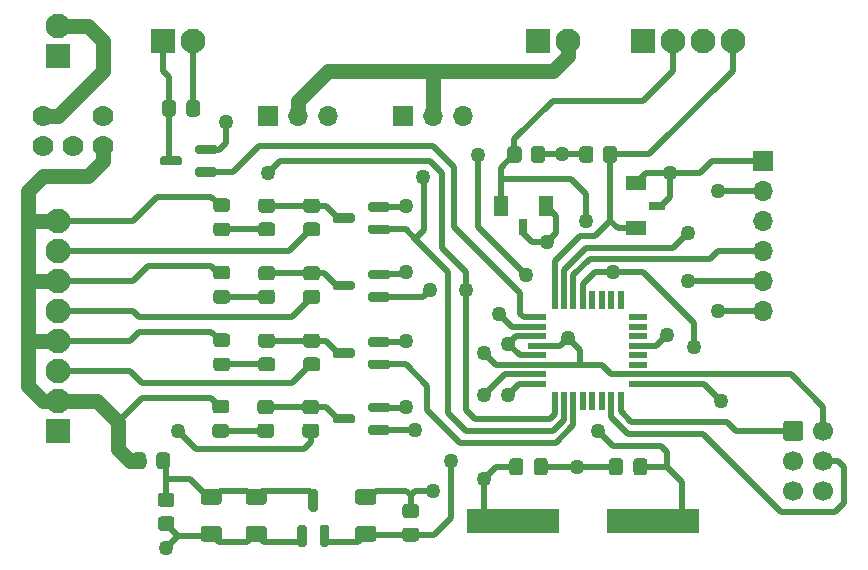
<source format=gtl>
G04 #@! TF.GenerationSoftware,KiCad,Pcbnew,8.0.9-8.0.9-0~ubuntu22.04.1*
G04 #@! TF.CreationDate,2025-03-10T17:04:52-04:00*
G04 #@! TF.ProjectId,sfx-202502,7366782d-3230-4323-9530-322e6b696361,rev?*
G04 #@! TF.SameCoordinates,Original*
G04 #@! TF.FileFunction,Copper,L1,Top*
G04 #@! TF.FilePolarity,Positive*
%FSLAX46Y46*%
G04 Gerber Fmt 4.6, Leading zero omitted, Abs format (unit mm)*
G04 Created by KiCad (PCBNEW 8.0.9-8.0.9-0~ubuntu22.04.1) date 2025-03-10 17:04:52*
%MOMM*%
%LPD*%
G01*
G04 APERTURE LIST*
G04 #@! TA.AperFunction,EtchedComponent*
%ADD10C,0.000000*%
G04 #@! TD*
G04 #@! TA.AperFunction,SMDPad,CuDef*
%ADD11C,0.500000*%
G04 #@! TD*
G04 #@! TA.AperFunction,ComponentPad*
%ADD12R,1.700000X1.700000*%
G04 #@! TD*
G04 #@! TA.AperFunction,ComponentPad*
%ADD13O,1.700000X1.700000*%
G04 #@! TD*
G04 #@! TA.AperFunction,SMDPad,CuDef*
%ADD14R,1.600000X0.550000*%
G04 #@! TD*
G04 #@! TA.AperFunction,SMDPad,CuDef*
%ADD15R,0.550000X1.600000*%
G04 #@! TD*
G04 #@! TA.AperFunction,SMDPad,CuDef*
%ADD16R,1.200000X1.700000*%
G04 #@! TD*
G04 #@! TA.AperFunction,SMDPad,CuDef*
%ADD17R,0.800000X1.400000*%
G04 #@! TD*
G04 #@! TA.AperFunction,ComponentPad*
%ADD18R,2.100000X2.100000*%
G04 #@! TD*
G04 #@! TA.AperFunction,ComponentPad*
%ADD19C,2.100000*%
G04 #@! TD*
G04 #@! TA.AperFunction,SMDPad,CuDef*
%ADD20R,1.700000X1.200000*%
G04 #@! TD*
G04 #@! TA.AperFunction,SMDPad,CuDef*
%ADD21R,1.400000X0.800000*%
G04 #@! TD*
G04 #@! TA.AperFunction,SMDPad,CuDef*
%ADD22R,7.875000X2.000000*%
G04 #@! TD*
G04 #@! TA.AperFunction,ComponentPad*
%ADD23C,1.778000*%
G04 #@! TD*
G04 #@! TA.AperFunction,ComponentPad*
%ADD24C,1.700000*%
G04 #@! TD*
G04 #@! TA.AperFunction,ViaPad*
%ADD25C,1.270000*%
G04 #@! TD*
G04 #@! TA.AperFunction,Conductor*
%ADD26C,0.508000*%
G04 #@! TD*
G04 #@! TA.AperFunction,Conductor*
%ADD27C,1.270000*%
G04 #@! TD*
G04 APERTURE END LIST*
D10*
G04 #@! TA.AperFunction,EtchedComponent*
G36*
X174363000Y-75815000D02*
G01*
X173363000Y-75815000D01*
X173363000Y-75315000D01*
X174363000Y-75315000D01*
X174363000Y-75815000D01*
G37*
G04 #@! TD.AperFunction*
G04 #@! TA.AperFunction,EtchedComponent*
G36*
X172585000Y-63115000D02*
G01*
X171585000Y-63115000D01*
X171585000Y-62615000D01*
X172585000Y-62615000D01*
X172585000Y-63115000D01*
G37*
G04 #@! TD.AperFunction*
G04 #@! TA.AperFunction,EtchedComponent*
G36*
X173093000Y-73275000D02*
G01*
X172093000Y-73275000D01*
X172093000Y-72775000D01*
X173093000Y-72775000D01*
X173093000Y-73275000D01*
G37*
G04 #@! TD.AperFunction*
G04 #@! TA.AperFunction,EtchedComponent*
G36*
X173093000Y-70735000D02*
G01*
X172093000Y-70735000D01*
X172093000Y-70235000D01*
X173093000Y-70235000D01*
X173093000Y-70735000D01*
G37*
G04 #@! TD.AperFunction*
D11*
X173363000Y-75565000D03*
X174363000Y-75565000D03*
G04 #@! TA.AperFunction,SMDPad,CuDef*
G36*
G01*
X124899000Y-90983000D02*
X125799000Y-90983000D01*
G75*
G02*
X126049000Y-91233000I0J-250000D01*
G01*
X126049000Y-91933000D01*
G75*
G02*
X125799000Y-92183000I-250000J0D01*
G01*
X124899000Y-92183000D01*
G75*
G02*
X124649000Y-91933000I0J250000D01*
G01*
X124649000Y-91233000D01*
G75*
G02*
X124899000Y-90983000I250000J0D01*
G01*
G37*
G04 #@! TD.AperFunction*
G04 #@! TA.AperFunction,SMDPad,CuDef*
G36*
G01*
X124899000Y-92983000D02*
X125799000Y-92983000D01*
G75*
G02*
X126049000Y-93233000I0J-250000D01*
G01*
X126049000Y-93933000D01*
G75*
G02*
X125799000Y-94183000I-250000J0D01*
G01*
X124899000Y-94183000D01*
G75*
G02*
X124649000Y-93933000I0J250000D01*
G01*
X124649000Y-93233000D01*
G75*
G02*
X124899000Y-92983000I250000J0D01*
G01*
G37*
G04 #@! TD.AperFunction*
G04 #@! TA.AperFunction,SMDPad,CuDef*
G36*
G01*
X166090000Y-88298000D02*
X166090000Y-89248000D01*
G75*
G02*
X165840000Y-89498000I-250000J0D01*
G01*
X165165000Y-89498000D01*
G75*
G02*
X164915000Y-89248000I0J250000D01*
G01*
X164915000Y-88298000D01*
G75*
G02*
X165165000Y-88048000I250000J0D01*
G01*
X165840000Y-88048000D01*
G75*
G02*
X166090000Y-88298000I0J-250000D01*
G01*
G37*
G04 #@! TD.AperFunction*
G04 #@! TA.AperFunction,SMDPad,CuDef*
G36*
G01*
X164015000Y-88298000D02*
X164015000Y-89248000D01*
G75*
G02*
X163765000Y-89498000I-250000J0D01*
G01*
X163090000Y-89498000D01*
G75*
G02*
X162840000Y-89248000I0J250000D01*
G01*
X162840000Y-88298000D01*
G75*
G02*
X163090000Y-88048000I250000J0D01*
G01*
X163765000Y-88048000D01*
G75*
G02*
X164015000Y-88298000I0J-250000D01*
G01*
G37*
G04 #@! TD.AperFunction*
X171585000Y-62865000D03*
X172585000Y-62865000D03*
G04 #@! TA.AperFunction,SMDPad,CuDef*
G36*
G01*
X130498000Y-80680000D02*
X129598000Y-80680000D01*
G75*
G02*
X129348000Y-80430000I0J250000D01*
G01*
X129348000Y-79780000D01*
G75*
G02*
X129598000Y-79530000I250000J0D01*
G01*
X130498000Y-79530000D01*
G75*
G02*
X130748000Y-79780000I0J-250000D01*
G01*
X130748000Y-80430000D01*
G75*
G02*
X130498000Y-80680000I-250000J0D01*
G01*
G37*
G04 #@! TD.AperFunction*
G04 #@! TA.AperFunction,SMDPad,CuDef*
G36*
G01*
X130498000Y-78630000D02*
X129598000Y-78630000D01*
G75*
G02*
X129348000Y-78380000I0J250000D01*
G01*
X129348000Y-77730000D01*
G75*
G02*
X129598000Y-77480000I250000J0D01*
G01*
X130498000Y-77480000D01*
G75*
G02*
X130748000Y-77730000I0J-250000D01*
G01*
X130748000Y-78380000D01*
G75*
G02*
X130498000Y-78630000I-250000J0D01*
G01*
G37*
G04 #@! TD.AperFunction*
D12*
X175895000Y-62865000D03*
D13*
X175895000Y-65405000D03*
X175895000Y-67945000D03*
X175895000Y-70485000D03*
X175895000Y-73025000D03*
X175895000Y-75565000D03*
G04 #@! TA.AperFunction,SMDPad,CuDef*
G36*
G01*
X144333000Y-85459000D02*
X144333000Y-85859000D01*
G75*
G02*
X144133000Y-86059000I-200000J0D01*
G01*
X142633000Y-86059000D01*
G75*
G02*
X142433000Y-85859000I0J200000D01*
G01*
X142433000Y-85459000D01*
G75*
G02*
X142633000Y-85259000I200000J0D01*
G01*
X144133000Y-85259000D01*
G75*
G02*
X144333000Y-85459000I0J-200000D01*
G01*
G37*
G04 #@! TD.AperFunction*
G04 #@! TA.AperFunction,SMDPad,CuDef*
G36*
G01*
X144333000Y-83559000D02*
X144333000Y-83959000D01*
G75*
G02*
X144133000Y-84159000I-200000J0D01*
G01*
X142633000Y-84159000D01*
G75*
G02*
X142433000Y-83959000I0J200000D01*
G01*
X142433000Y-83559000D01*
G75*
G02*
X142633000Y-83359000I200000J0D01*
G01*
X144133000Y-83359000D01*
G75*
G02*
X144333000Y-83559000I0J-200000D01*
G01*
G37*
G04 #@! TD.AperFunction*
G04 #@! TA.AperFunction,SMDPad,CuDef*
G36*
G01*
X141333000Y-84509000D02*
X141333000Y-84909000D01*
G75*
G02*
X141133000Y-85109000I-200000J0D01*
G01*
X139633000Y-85109000D01*
G75*
G02*
X139433000Y-84909000I0J200000D01*
G01*
X139433000Y-84509000D01*
G75*
G02*
X139633000Y-84309000I200000J0D01*
G01*
X141133000Y-84309000D01*
G75*
G02*
X141333000Y-84509000I0J-200000D01*
G01*
G37*
G04 #@! TD.AperFunction*
G04 #@! TA.AperFunction,SMDPad,CuDef*
G36*
G01*
X154405000Y-89248000D02*
X154405000Y-88298000D01*
G75*
G02*
X154655000Y-88048000I250000J0D01*
G01*
X155330000Y-88048000D01*
G75*
G02*
X155580000Y-88298000I0J-250000D01*
G01*
X155580000Y-89248000D01*
G75*
G02*
X155330000Y-89498000I-250000J0D01*
G01*
X154655000Y-89498000D01*
G75*
G02*
X154405000Y-89248000I0J250000D01*
G01*
G37*
G04 #@! TD.AperFunction*
G04 #@! TA.AperFunction,SMDPad,CuDef*
G36*
G01*
X156480000Y-89248000D02*
X156480000Y-88298000D01*
G75*
G02*
X156730000Y-88048000I250000J0D01*
G01*
X157405000Y-88048000D01*
G75*
G02*
X157655000Y-88298000I0J-250000D01*
G01*
X157655000Y-89248000D01*
G75*
G02*
X157405000Y-89498000I-250000J0D01*
G01*
X156730000Y-89498000D01*
G75*
G02*
X156480000Y-89248000I0J250000D01*
G01*
G37*
G04 #@! TD.AperFunction*
D12*
X133985000Y-59055000D03*
D13*
X136525000Y-59055000D03*
X139065000Y-59055000D03*
G04 #@! TA.AperFunction,SMDPad,CuDef*
G36*
G01*
X160325000Y-62785000D02*
X160325000Y-61885000D01*
G75*
G02*
X160575000Y-61635000I250000J0D01*
G01*
X161275000Y-61635000D01*
G75*
G02*
X161525000Y-61885000I0J-250000D01*
G01*
X161525000Y-62785000D01*
G75*
G02*
X161275000Y-63035000I-250000J0D01*
G01*
X160575000Y-63035000D01*
G75*
G02*
X160325000Y-62785000I0J250000D01*
G01*
G37*
G04 #@! TD.AperFunction*
G04 #@! TA.AperFunction,SMDPad,CuDef*
G36*
G01*
X162325000Y-62785000D02*
X162325000Y-61885000D01*
G75*
G02*
X162575000Y-61635000I250000J0D01*
G01*
X163275000Y-61635000D01*
G75*
G02*
X163525000Y-61885000I0J-250000D01*
G01*
X163525000Y-62785000D01*
G75*
G02*
X163275000Y-63035000I-250000J0D01*
G01*
X162575000Y-63035000D01*
G75*
G02*
X162325000Y-62785000I0J250000D01*
G01*
G37*
G04 #@! TD.AperFunction*
G04 #@! TA.AperFunction,SMDPad,CuDef*
G36*
G01*
X134308000Y-69275000D02*
X133408000Y-69275000D01*
G75*
G02*
X133158000Y-69025000I0J250000D01*
G01*
X133158000Y-68325000D01*
G75*
G02*
X133408000Y-68075000I250000J0D01*
G01*
X134308000Y-68075000D01*
G75*
G02*
X134558000Y-68325000I0J-250000D01*
G01*
X134558000Y-69025000D01*
G75*
G02*
X134308000Y-69275000I-250000J0D01*
G01*
G37*
G04 #@! TD.AperFunction*
G04 #@! TA.AperFunction,SMDPad,CuDef*
G36*
G01*
X134308000Y-67275000D02*
X133408000Y-67275000D01*
G75*
G02*
X133158000Y-67025000I0J250000D01*
G01*
X133158000Y-66325000D01*
G75*
G02*
X133408000Y-66075000I250000J0D01*
G01*
X134308000Y-66075000D01*
G75*
G02*
X134558000Y-66325000I0J-250000D01*
G01*
X134558000Y-67025000D01*
G75*
G02*
X134308000Y-67275000I-250000J0D01*
G01*
G37*
G04 #@! TD.AperFunction*
G04 #@! TA.AperFunction,SMDPad,CuDef*
G36*
G01*
X138118000Y-80705000D02*
X137218000Y-80705000D01*
G75*
G02*
X136968000Y-80455000I0J250000D01*
G01*
X136968000Y-79755000D01*
G75*
G02*
X137218000Y-79505000I250000J0D01*
G01*
X138118000Y-79505000D01*
G75*
G02*
X138368000Y-79755000I0J-250000D01*
G01*
X138368000Y-80455000D01*
G75*
G02*
X138118000Y-80705000I-250000J0D01*
G01*
G37*
G04 #@! TD.AperFunction*
G04 #@! TA.AperFunction,SMDPad,CuDef*
G36*
G01*
X138118000Y-78705000D02*
X137218000Y-78705000D01*
G75*
G02*
X136968000Y-78455000I0J250000D01*
G01*
X136968000Y-77755000D01*
G75*
G02*
X137218000Y-77505000I250000J0D01*
G01*
X138118000Y-77505000D01*
G75*
G02*
X138368000Y-77755000I0J-250000D01*
G01*
X138368000Y-78455000D01*
G75*
G02*
X138118000Y-78705000I-250000J0D01*
G01*
G37*
G04 #@! TD.AperFunction*
G04 #@! TA.AperFunction,SMDPad,CuDef*
G36*
G01*
X144333000Y-79905000D02*
X144333000Y-80305000D01*
G75*
G02*
X144133000Y-80505000I-200000J0D01*
G01*
X142633000Y-80505000D01*
G75*
G02*
X142433000Y-80305000I0J200000D01*
G01*
X142433000Y-79905000D01*
G75*
G02*
X142633000Y-79705000I200000J0D01*
G01*
X144133000Y-79705000D01*
G75*
G02*
X144333000Y-79905000I0J-200000D01*
G01*
G37*
G04 #@! TD.AperFunction*
G04 #@! TA.AperFunction,SMDPad,CuDef*
G36*
G01*
X144333000Y-78005000D02*
X144333000Y-78405000D01*
G75*
G02*
X144133000Y-78605000I-200000J0D01*
G01*
X142633000Y-78605000D01*
G75*
G02*
X142433000Y-78405000I0J200000D01*
G01*
X142433000Y-78005000D01*
G75*
G02*
X142633000Y-77805000I200000J0D01*
G01*
X144133000Y-77805000D01*
G75*
G02*
X144333000Y-78005000I0J-200000D01*
G01*
G37*
G04 #@! TD.AperFunction*
G04 #@! TA.AperFunction,SMDPad,CuDef*
G36*
G01*
X141333000Y-78955000D02*
X141333000Y-79355000D01*
G75*
G02*
X141133000Y-79555000I-200000J0D01*
G01*
X139633000Y-79555000D01*
G75*
G02*
X139433000Y-79355000I0J200000D01*
G01*
X139433000Y-78955000D01*
G75*
G02*
X139633000Y-78755000I200000J0D01*
G01*
X141133000Y-78755000D01*
G75*
G02*
X141333000Y-78955000I0J-200000D01*
G01*
G37*
G04 #@! TD.AperFunction*
G04 #@! TA.AperFunction,SMDPad,CuDef*
G36*
G01*
X130419000Y-86300000D02*
X129519000Y-86300000D01*
G75*
G02*
X129269000Y-86050000I0J250000D01*
G01*
X129269000Y-85400000D01*
G75*
G02*
X129519000Y-85150000I250000J0D01*
G01*
X130419000Y-85150000D01*
G75*
G02*
X130669000Y-85400000I0J-250000D01*
G01*
X130669000Y-86050000D01*
G75*
G02*
X130419000Y-86300000I-250000J0D01*
G01*
G37*
G04 #@! TD.AperFunction*
G04 #@! TA.AperFunction,SMDPad,CuDef*
G36*
G01*
X130419000Y-84250000D02*
X129519000Y-84250000D01*
G75*
G02*
X129269000Y-84000000I0J250000D01*
G01*
X129269000Y-83350000D01*
G75*
G02*
X129519000Y-83100000I250000J0D01*
G01*
X130419000Y-83100000D01*
G75*
G02*
X130669000Y-83350000I0J-250000D01*
G01*
X130669000Y-84000000D01*
G75*
G02*
X130419000Y-84250000I-250000J0D01*
G01*
G37*
G04 #@! TD.AperFunction*
G04 #@! TA.AperFunction,SMDPad,CuDef*
G36*
G01*
X144333000Y-74190000D02*
X144333000Y-74590000D01*
G75*
G02*
X144133000Y-74790000I-200000J0D01*
G01*
X142633000Y-74790000D01*
G75*
G02*
X142433000Y-74590000I0J200000D01*
G01*
X142433000Y-74190000D01*
G75*
G02*
X142633000Y-73990000I200000J0D01*
G01*
X144133000Y-73990000D01*
G75*
G02*
X144333000Y-74190000I0J-200000D01*
G01*
G37*
G04 #@! TD.AperFunction*
G04 #@! TA.AperFunction,SMDPad,CuDef*
G36*
G01*
X144333000Y-72290000D02*
X144333000Y-72690000D01*
G75*
G02*
X144133000Y-72890000I-200000J0D01*
G01*
X142633000Y-72890000D01*
G75*
G02*
X142433000Y-72690000I0J200000D01*
G01*
X142433000Y-72290000D01*
G75*
G02*
X142633000Y-72090000I200000J0D01*
G01*
X144133000Y-72090000D01*
G75*
G02*
X144333000Y-72290000I0J-200000D01*
G01*
G37*
G04 #@! TD.AperFunction*
G04 #@! TA.AperFunction,SMDPad,CuDef*
G36*
G01*
X141333000Y-73240000D02*
X141333000Y-73640000D01*
G75*
G02*
X141133000Y-73840000I-200000J0D01*
G01*
X139633000Y-73840000D01*
G75*
G02*
X139433000Y-73640000I0J200000D01*
G01*
X139433000Y-73240000D01*
G75*
G02*
X139633000Y-73040000I200000J0D01*
G01*
X141133000Y-73040000D01*
G75*
G02*
X141333000Y-73240000I0J-200000D01*
G01*
G37*
G04 #@! TD.AperFunction*
G04 #@! TA.AperFunction,SMDPad,CuDef*
G36*
G01*
X134229000Y-86325000D02*
X133329000Y-86325000D01*
G75*
G02*
X133079000Y-86075000I0J250000D01*
G01*
X133079000Y-85375000D01*
G75*
G02*
X133329000Y-85125000I250000J0D01*
G01*
X134229000Y-85125000D01*
G75*
G02*
X134479000Y-85375000I0J-250000D01*
G01*
X134479000Y-86075000D01*
G75*
G02*
X134229000Y-86325000I-250000J0D01*
G01*
G37*
G04 #@! TD.AperFunction*
G04 #@! TA.AperFunction,SMDPad,CuDef*
G36*
G01*
X134229000Y-84325000D02*
X133329000Y-84325000D01*
G75*
G02*
X133079000Y-84075000I0J250000D01*
G01*
X133079000Y-83375000D01*
G75*
G02*
X133329000Y-83125000I250000J0D01*
G01*
X134229000Y-83125000D01*
G75*
G02*
X134479000Y-83375000I0J-250000D01*
G01*
X134479000Y-84075000D01*
G75*
G02*
X134229000Y-84325000I-250000J0D01*
G01*
G37*
G04 #@! TD.AperFunction*
G04 #@! TA.AperFunction,SMDPad,CuDef*
G36*
G01*
X128509000Y-90660000D02*
X129809000Y-90660000D01*
G75*
G02*
X130059000Y-90910000I0J-250000D01*
G01*
X130059000Y-91735000D01*
G75*
G02*
X129809000Y-91985000I-250000J0D01*
G01*
X128509000Y-91985000D01*
G75*
G02*
X128259000Y-91735000I0J250000D01*
G01*
X128259000Y-90910000D01*
G75*
G02*
X128509000Y-90660000I250000J0D01*
G01*
G37*
G04 #@! TD.AperFunction*
G04 #@! TA.AperFunction,SMDPad,CuDef*
G36*
G01*
X128509000Y-93785000D02*
X129809000Y-93785000D01*
G75*
G02*
X130059000Y-94035000I0J-250000D01*
G01*
X130059000Y-94860000D01*
G75*
G02*
X129809000Y-95110000I-250000J0D01*
G01*
X128509000Y-95110000D01*
G75*
G02*
X128259000Y-94860000I0J250000D01*
G01*
X128259000Y-94035000D01*
G75*
G02*
X128509000Y-93785000I250000J0D01*
G01*
G37*
G04 #@! TD.AperFunction*
G04 #@! TA.AperFunction,SMDPad,CuDef*
G36*
G01*
X144333000Y-68475000D02*
X144333000Y-68875000D01*
G75*
G02*
X144133000Y-69075000I-200000J0D01*
G01*
X142633000Y-69075000D01*
G75*
G02*
X142433000Y-68875000I0J200000D01*
G01*
X142433000Y-68475000D01*
G75*
G02*
X142633000Y-68275000I200000J0D01*
G01*
X144133000Y-68275000D01*
G75*
G02*
X144333000Y-68475000I0J-200000D01*
G01*
G37*
G04 #@! TD.AperFunction*
G04 #@! TA.AperFunction,SMDPad,CuDef*
G36*
G01*
X144333000Y-66575000D02*
X144333000Y-66975000D01*
G75*
G02*
X144133000Y-67175000I-200000J0D01*
G01*
X142633000Y-67175000D01*
G75*
G02*
X142433000Y-66975000I0J200000D01*
G01*
X142433000Y-66575000D01*
G75*
G02*
X142633000Y-66375000I200000J0D01*
G01*
X144133000Y-66375000D01*
G75*
G02*
X144333000Y-66575000I0J-200000D01*
G01*
G37*
G04 #@! TD.AperFunction*
G04 #@! TA.AperFunction,SMDPad,CuDef*
G36*
G01*
X141333000Y-67525000D02*
X141333000Y-67925000D01*
G75*
G02*
X141133000Y-68125000I-200000J0D01*
G01*
X139633000Y-68125000D01*
G75*
G02*
X139433000Y-67925000I0J200000D01*
G01*
X139433000Y-67525000D01*
G75*
G02*
X139633000Y-67325000I200000J0D01*
G01*
X141133000Y-67325000D01*
G75*
G02*
X141333000Y-67525000I0J-200000D01*
G01*
G37*
G04 #@! TD.AperFunction*
D14*
X156780000Y-76135000D03*
X156780000Y-76935000D03*
X156780000Y-77735000D03*
X156780000Y-78535000D03*
X156780000Y-79335000D03*
X156780000Y-80135000D03*
X156780000Y-80935000D03*
X156780000Y-81735000D03*
D15*
X158230000Y-83185000D03*
X159030000Y-83185000D03*
X159830000Y-83185000D03*
X160630000Y-83185000D03*
X161430000Y-83185000D03*
X162230000Y-83185000D03*
X163030000Y-83185000D03*
X163830000Y-83185000D03*
D14*
X165280000Y-81735000D03*
X165280000Y-80935000D03*
X165280000Y-80135000D03*
X165280000Y-79335000D03*
X165280000Y-78535000D03*
X165280000Y-77735000D03*
X165280000Y-76935000D03*
X165280000Y-76135000D03*
D15*
X163830000Y-74685000D03*
X163030000Y-74685000D03*
X162230000Y-74685000D03*
X161430000Y-74685000D03*
X160630000Y-74685000D03*
X159830000Y-74685000D03*
X159030000Y-74685000D03*
X158230000Y-74685000D03*
G04 #@! TA.AperFunction,SMDPad,CuDef*
G36*
G01*
X137045000Y-95565000D02*
X136645000Y-95565000D01*
G75*
G02*
X136445000Y-95365000I0J200000D01*
G01*
X136445000Y-93865000D01*
G75*
G02*
X136645000Y-93665000I200000J0D01*
G01*
X137045000Y-93665000D01*
G75*
G02*
X137245000Y-93865000I0J-200000D01*
G01*
X137245000Y-95365000D01*
G75*
G02*
X137045000Y-95565000I-200000J0D01*
G01*
G37*
G04 #@! TD.AperFunction*
G04 #@! TA.AperFunction,SMDPad,CuDef*
G36*
G01*
X138945000Y-95565000D02*
X138545000Y-95565000D01*
G75*
G02*
X138345000Y-95365000I0J200000D01*
G01*
X138345000Y-93865000D01*
G75*
G02*
X138545000Y-93665000I200000J0D01*
G01*
X138945000Y-93665000D01*
G75*
G02*
X139145000Y-93865000I0J-200000D01*
G01*
X139145000Y-95365000D01*
G75*
G02*
X138945000Y-95565000I-200000J0D01*
G01*
G37*
G04 #@! TD.AperFunction*
G04 #@! TA.AperFunction,SMDPad,CuDef*
G36*
G01*
X137995000Y-92565000D02*
X137595000Y-92565000D01*
G75*
G02*
X137395000Y-92365000I0J200000D01*
G01*
X137395000Y-90865000D01*
G75*
G02*
X137595000Y-90665000I200000J0D01*
G01*
X137995000Y-90665000D01*
G75*
G02*
X138195000Y-90865000I0J-200000D01*
G01*
X138195000Y-92365000D01*
G75*
G02*
X137995000Y-92565000I-200000J0D01*
G01*
G37*
G04 #@! TD.AperFunction*
G04 #@! TA.AperFunction,SMDPad,CuDef*
G36*
G01*
X138118000Y-74990000D02*
X137218000Y-74990000D01*
G75*
G02*
X136968000Y-74740000I0J250000D01*
G01*
X136968000Y-74040000D01*
G75*
G02*
X137218000Y-73790000I250000J0D01*
G01*
X138118000Y-73790000D01*
G75*
G02*
X138368000Y-74040000I0J-250000D01*
G01*
X138368000Y-74740000D01*
G75*
G02*
X138118000Y-74990000I-250000J0D01*
G01*
G37*
G04 #@! TD.AperFunction*
G04 #@! TA.AperFunction,SMDPad,CuDef*
G36*
G01*
X138118000Y-72990000D02*
X137218000Y-72990000D01*
G75*
G02*
X136968000Y-72740000I0J250000D01*
G01*
X136968000Y-72040000D01*
G75*
G02*
X137218000Y-71790000I250000J0D01*
G01*
X138118000Y-71790000D01*
G75*
G02*
X138368000Y-72040000I0J-250000D01*
G01*
X138368000Y-72740000D01*
G75*
G02*
X138118000Y-72990000I-250000J0D01*
G01*
G37*
G04 #@! TD.AperFunction*
D16*
X157475000Y-66675000D03*
X153675000Y-66675000D03*
D17*
X155575000Y-68475000D03*
G04 #@! TA.AperFunction,SMDPad,CuDef*
G36*
G01*
X138118000Y-69275000D02*
X137218000Y-69275000D01*
G75*
G02*
X136968000Y-69025000I0J250000D01*
G01*
X136968000Y-68325000D01*
G75*
G02*
X137218000Y-68075000I250000J0D01*
G01*
X138118000Y-68075000D01*
G75*
G02*
X138368000Y-68325000I0J-250000D01*
G01*
X138368000Y-69025000D01*
G75*
G02*
X138118000Y-69275000I-250000J0D01*
G01*
G37*
G04 #@! TD.AperFunction*
G04 #@! TA.AperFunction,SMDPad,CuDef*
G36*
G01*
X138118000Y-67275000D02*
X137218000Y-67275000D01*
G75*
G02*
X136968000Y-67025000I0J250000D01*
G01*
X136968000Y-66325000D01*
G75*
G02*
X137218000Y-66075000I250000J0D01*
G01*
X138118000Y-66075000D01*
G75*
G02*
X138368000Y-66325000I0J-250000D01*
G01*
X138368000Y-67025000D01*
G75*
G02*
X138118000Y-67275000I-250000J0D01*
G01*
G37*
G04 #@! TD.AperFunction*
D11*
X172093000Y-73025000D03*
X173093000Y-73025000D03*
D12*
X145415000Y-59055000D03*
D13*
X147955000Y-59055000D03*
X150495000Y-59055000D03*
G04 #@! TA.AperFunction,SMDPad,CuDef*
G36*
G01*
X132319000Y-90660000D02*
X133619000Y-90660000D01*
G75*
G02*
X133869000Y-90910000I0J-250000D01*
G01*
X133869000Y-91735000D01*
G75*
G02*
X133619000Y-91985000I-250000J0D01*
G01*
X132319000Y-91985000D01*
G75*
G02*
X132069000Y-91735000I0J250000D01*
G01*
X132069000Y-90910000D01*
G75*
G02*
X132319000Y-90660000I250000J0D01*
G01*
G37*
G04 #@! TD.AperFunction*
G04 #@! TA.AperFunction,SMDPad,CuDef*
G36*
G01*
X132319000Y-93785000D02*
X133619000Y-93785000D01*
G75*
G02*
X133869000Y-94035000I0J-250000D01*
G01*
X133869000Y-94860000D01*
G75*
G02*
X133619000Y-95110000I-250000J0D01*
G01*
X132319000Y-95110000D01*
G75*
G02*
X132069000Y-94860000I0J250000D01*
G01*
X132069000Y-94035000D01*
G75*
G02*
X132319000Y-93785000I250000J0D01*
G01*
G37*
G04 #@! TD.AperFunction*
G04 #@! TA.AperFunction,SMDPad,CuDef*
G36*
G01*
X142890000Y-95110000D02*
X141590000Y-95110000D01*
G75*
G02*
X141340000Y-94860000I0J250000D01*
G01*
X141340000Y-94035000D01*
G75*
G02*
X141590000Y-93785000I250000J0D01*
G01*
X142890000Y-93785000D01*
G75*
G02*
X143140000Y-94035000I0J-250000D01*
G01*
X143140000Y-94860000D01*
G75*
G02*
X142890000Y-95110000I-250000J0D01*
G01*
G37*
G04 #@! TD.AperFunction*
G04 #@! TA.AperFunction,SMDPad,CuDef*
G36*
G01*
X142890000Y-91985000D02*
X141590000Y-91985000D01*
G75*
G02*
X141340000Y-91735000I0J250000D01*
G01*
X141340000Y-90910000D01*
G75*
G02*
X141590000Y-90660000I250000J0D01*
G01*
X142890000Y-90660000D01*
G75*
G02*
X143140000Y-90910000I0J-250000D01*
G01*
X143140000Y-91735000D01*
G75*
G02*
X142890000Y-91985000I-250000J0D01*
G01*
G37*
G04 #@! TD.AperFunction*
D18*
X116205000Y-85725000D03*
D19*
X116205000Y-83185000D03*
X116205000Y-80645000D03*
X116205000Y-78105000D03*
X116205000Y-75565000D03*
X116205000Y-73025000D03*
X116205000Y-70485000D03*
X116205000Y-67945000D03*
G04 #@! TA.AperFunction,SMDPad,CuDef*
G36*
G01*
X130498000Y-74965000D02*
X129598000Y-74965000D01*
G75*
G02*
X129348000Y-74715000I0J250000D01*
G01*
X129348000Y-74065000D01*
G75*
G02*
X129598000Y-73815000I250000J0D01*
G01*
X130498000Y-73815000D01*
G75*
G02*
X130748000Y-74065000I0J-250000D01*
G01*
X130748000Y-74715000D01*
G75*
G02*
X130498000Y-74965000I-250000J0D01*
G01*
G37*
G04 #@! TD.AperFunction*
G04 #@! TA.AperFunction,SMDPad,CuDef*
G36*
G01*
X130498000Y-72915000D02*
X129598000Y-72915000D01*
G75*
G02*
X129348000Y-72665000I0J250000D01*
G01*
X129348000Y-72015000D01*
G75*
G02*
X129598000Y-71765000I250000J0D01*
G01*
X130498000Y-71765000D01*
G75*
G02*
X130748000Y-72015000I0J-250000D01*
G01*
X130748000Y-72665000D01*
G75*
G02*
X130498000Y-72915000I-250000J0D01*
G01*
G37*
G04 #@! TD.AperFunction*
G04 #@! TA.AperFunction,SMDPad,CuDef*
G36*
G01*
X125679000Y-87815000D02*
X125679000Y-88715000D01*
G75*
G02*
X125429000Y-88965000I-250000J0D01*
G01*
X124779000Y-88965000D01*
G75*
G02*
X124529000Y-88715000I0J250000D01*
G01*
X124529000Y-87815000D01*
G75*
G02*
X124779000Y-87565000I250000J0D01*
G01*
X125429000Y-87565000D01*
G75*
G02*
X125679000Y-87815000I0J-250000D01*
G01*
G37*
G04 #@! TD.AperFunction*
G04 #@! TA.AperFunction,SMDPad,CuDef*
G36*
G01*
X123629000Y-87815000D02*
X123629000Y-88715000D01*
G75*
G02*
X123379000Y-88965000I-250000J0D01*
G01*
X122729000Y-88965000D01*
G75*
G02*
X122479000Y-88715000I0J250000D01*
G01*
X122479000Y-87815000D01*
G75*
G02*
X122729000Y-87565000I250000J0D01*
G01*
X123379000Y-87565000D01*
G75*
G02*
X123629000Y-87815000I0J-250000D01*
G01*
G37*
G04 #@! TD.AperFunction*
D18*
X156845000Y-52705000D03*
D19*
X159385000Y-52705000D03*
G04 #@! TA.AperFunction,SMDPad,CuDef*
G36*
G01*
X157440000Y-61885000D02*
X157440000Y-62785000D01*
G75*
G02*
X157190000Y-63035000I-250000J0D01*
G01*
X156490000Y-63035000D01*
G75*
G02*
X156240000Y-62785000I0J250000D01*
G01*
X156240000Y-61885000D01*
G75*
G02*
X156490000Y-61635000I250000J0D01*
G01*
X157190000Y-61635000D01*
G75*
G02*
X157440000Y-61885000I0J-250000D01*
G01*
G37*
G04 #@! TD.AperFunction*
G04 #@! TA.AperFunction,SMDPad,CuDef*
G36*
G01*
X155440000Y-61885000D02*
X155440000Y-62785000D01*
G75*
G02*
X155190000Y-63035000I-250000J0D01*
G01*
X154490000Y-63035000D01*
G75*
G02*
X154240000Y-62785000I0J250000D01*
G01*
X154240000Y-61885000D01*
G75*
G02*
X154490000Y-61635000I250000J0D01*
G01*
X155190000Y-61635000D01*
G75*
G02*
X155440000Y-61885000I0J-250000D01*
G01*
G37*
G04 #@! TD.AperFunction*
G04 #@! TA.AperFunction,SMDPad,CuDef*
G36*
G01*
X134308000Y-80705000D02*
X133408000Y-80705000D01*
G75*
G02*
X133158000Y-80455000I0J250000D01*
G01*
X133158000Y-79755000D01*
G75*
G02*
X133408000Y-79505000I250000J0D01*
G01*
X134308000Y-79505000D01*
G75*
G02*
X134558000Y-79755000I0J-250000D01*
G01*
X134558000Y-80455000D01*
G75*
G02*
X134308000Y-80705000I-250000J0D01*
G01*
G37*
G04 #@! TD.AperFunction*
G04 #@! TA.AperFunction,SMDPad,CuDef*
G36*
G01*
X134308000Y-78705000D02*
X133408000Y-78705000D01*
G75*
G02*
X133158000Y-78455000I0J250000D01*
G01*
X133158000Y-77755000D01*
G75*
G02*
X133408000Y-77505000I250000J0D01*
G01*
X134308000Y-77505000D01*
G75*
G02*
X134558000Y-77755000I0J-250000D01*
G01*
X134558000Y-78455000D01*
G75*
G02*
X134308000Y-78705000I-250000J0D01*
G01*
G37*
G04 #@! TD.AperFunction*
D20*
X165100000Y-64775000D03*
X165100000Y-68575000D03*
D21*
X166900000Y-66675000D03*
G04 #@! TA.AperFunction,SMDPad,CuDef*
G36*
G01*
X130498000Y-69250000D02*
X129598000Y-69250000D01*
G75*
G02*
X129348000Y-69000000I0J250000D01*
G01*
X129348000Y-68350000D01*
G75*
G02*
X129598000Y-68100000I250000J0D01*
G01*
X130498000Y-68100000D01*
G75*
G02*
X130748000Y-68350000I0J-250000D01*
G01*
X130748000Y-69000000D01*
G75*
G02*
X130498000Y-69250000I-250000J0D01*
G01*
G37*
G04 #@! TD.AperFunction*
G04 #@! TA.AperFunction,SMDPad,CuDef*
G36*
G01*
X130498000Y-67200000D02*
X129598000Y-67200000D01*
G75*
G02*
X129348000Y-66950000I0J250000D01*
G01*
X129348000Y-66300000D01*
G75*
G02*
X129598000Y-66050000I250000J0D01*
G01*
X130498000Y-66050000D01*
G75*
G02*
X130748000Y-66300000I0J-250000D01*
G01*
X130748000Y-66950000D01*
G75*
G02*
X130498000Y-67200000I-250000J0D01*
G01*
G37*
G04 #@! TD.AperFunction*
D22*
X154717500Y-93345000D03*
X166592500Y-93345000D03*
D23*
X114935000Y-61595000D03*
X117475000Y-61595000D03*
X120015000Y-61595000D03*
X114935000Y-59055000D03*
X120015000Y-59055000D03*
G04 #@! TA.AperFunction,SMDPad,CuDef*
G36*
G01*
X129695000Y-63615000D02*
X129695000Y-64015000D01*
G75*
G02*
X129495000Y-64215000I-200000J0D01*
G01*
X127995000Y-64215000D01*
G75*
G02*
X127795000Y-64015000I0J200000D01*
G01*
X127795000Y-63615000D01*
G75*
G02*
X127995000Y-63415000I200000J0D01*
G01*
X129495000Y-63415000D01*
G75*
G02*
X129695000Y-63615000I0J-200000D01*
G01*
G37*
G04 #@! TD.AperFunction*
G04 #@! TA.AperFunction,SMDPad,CuDef*
G36*
G01*
X129695000Y-61715000D02*
X129695000Y-62115000D01*
G75*
G02*
X129495000Y-62315000I-200000J0D01*
G01*
X127995000Y-62315000D01*
G75*
G02*
X127795000Y-62115000I0J200000D01*
G01*
X127795000Y-61715000D01*
G75*
G02*
X127995000Y-61515000I200000J0D01*
G01*
X129495000Y-61515000D01*
G75*
G02*
X129695000Y-61715000I0J-200000D01*
G01*
G37*
G04 #@! TD.AperFunction*
G04 #@! TA.AperFunction,SMDPad,CuDef*
G36*
G01*
X126695000Y-62665000D02*
X126695000Y-63065000D01*
G75*
G02*
X126495000Y-63265000I-200000J0D01*
G01*
X124995000Y-63265000D01*
G75*
G02*
X124795000Y-63065000I0J200000D01*
G01*
X124795000Y-62665000D01*
G75*
G02*
X124995000Y-62465000I200000J0D01*
G01*
X126495000Y-62465000D01*
G75*
G02*
X126695000Y-62665000I0J-200000D01*
G01*
G37*
G04 #@! TD.AperFunction*
G04 #@! TA.AperFunction,ComponentPad*
G36*
G01*
X177585000Y-86325000D02*
X177585000Y-85125000D01*
G75*
G02*
X177835000Y-84875000I250000J0D01*
G01*
X179035000Y-84875000D01*
G75*
G02*
X179285000Y-85125000I0J-250000D01*
G01*
X179285000Y-86325000D01*
G75*
G02*
X179035000Y-86575000I-250000J0D01*
G01*
X177835000Y-86575000D01*
G75*
G02*
X177585000Y-86325000I0J250000D01*
G01*
G37*
G04 #@! TD.AperFunction*
D24*
X180975000Y-85725000D03*
X178435000Y-88265000D03*
X180975000Y-88265000D03*
X178435000Y-90805000D03*
X180975000Y-90805000D03*
G04 #@! TA.AperFunction,SMDPad,CuDef*
G36*
G01*
X134308000Y-74990000D02*
X133408000Y-74990000D01*
G75*
G02*
X133158000Y-74740000I0J250000D01*
G01*
X133158000Y-74040000D01*
G75*
G02*
X133408000Y-73790000I250000J0D01*
G01*
X134308000Y-73790000D01*
G75*
G02*
X134558000Y-74040000I0J-250000D01*
G01*
X134558000Y-74740000D01*
G75*
G02*
X134308000Y-74990000I-250000J0D01*
G01*
G37*
G04 #@! TD.AperFunction*
G04 #@! TA.AperFunction,SMDPad,CuDef*
G36*
G01*
X134308000Y-72990000D02*
X133408000Y-72990000D01*
G75*
G02*
X133158000Y-72740000I0J250000D01*
G01*
X133158000Y-72040000D01*
G75*
G02*
X133408000Y-71790000I250000J0D01*
G01*
X134308000Y-71790000D01*
G75*
G02*
X134558000Y-72040000I0J-250000D01*
G01*
X134558000Y-72740000D01*
G75*
G02*
X134308000Y-72990000I-250000J0D01*
G01*
G37*
G04 #@! TD.AperFunction*
G04 #@! TA.AperFunction,SMDPad,CuDef*
G36*
G01*
X138039000Y-86325000D02*
X137139000Y-86325000D01*
G75*
G02*
X136889000Y-86075000I0J250000D01*
G01*
X136889000Y-85375000D01*
G75*
G02*
X137139000Y-85125000I250000J0D01*
G01*
X138039000Y-85125000D01*
G75*
G02*
X138289000Y-85375000I0J-250000D01*
G01*
X138289000Y-86075000D01*
G75*
G02*
X138039000Y-86325000I-250000J0D01*
G01*
G37*
G04 #@! TD.AperFunction*
G04 #@! TA.AperFunction,SMDPad,CuDef*
G36*
G01*
X138039000Y-84325000D02*
X137139000Y-84325000D01*
G75*
G02*
X136889000Y-84075000I0J250000D01*
G01*
X136889000Y-83375000D01*
G75*
G02*
X137139000Y-83125000I250000J0D01*
G01*
X138039000Y-83125000D01*
G75*
G02*
X138289000Y-83375000I0J-250000D01*
G01*
X138289000Y-84075000D01*
G75*
G02*
X138039000Y-84325000I-250000J0D01*
G01*
G37*
G04 #@! TD.AperFunction*
G04 #@! TA.AperFunction,SMDPad,CuDef*
G36*
G01*
X146500000Y-95120000D02*
X145600000Y-95120000D01*
G75*
G02*
X145350000Y-94870000I0J250000D01*
G01*
X145350000Y-94170000D01*
G75*
G02*
X145600000Y-93920000I250000J0D01*
G01*
X146500000Y-93920000D01*
G75*
G02*
X146750000Y-94170000I0J-250000D01*
G01*
X146750000Y-94870000D01*
G75*
G02*
X146500000Y-95120000I-250000J0D01*
G01*
G37*
G04 #@! TD.AperFunction*
G04 #@! TA.AperFunction,SMDPad,CuDef*
G36*
G01*
X146500000Y-93120000D02*
X145600000Y-93120000D01*
G75*
G02*
X145350000Y-92870000I0J250000D01*
G01*
X145350000Y-92170000D01*
G75*
G02*
X145600000Y-91920000I250000J0D01*
G01*
X146500000Y-91920000D01*
G75*
G02*
X146750000Y-92170000I0J-250000D01*
G01*
X146750000Y-92870000D01*
G75*
G02*
X146500000Y-93120000I-250000J0D01*
G01*
G37*
G04 #@! TD.AperFunction*
D18*
X125095000Y-52705000D03*
D19*
X127635000Y-52705000D03*
D11*
X172093000Y-70485000D03*
X173093000Y-70485000D03*
D18*
X116205000Y-53975000D03*
D19*
X116205000Y-51435000D03*
G04 #@! TA.AperFunction,SMDPad,CuDef*
G36*
G01*
X128210000Y-57970000D02*
X128210000Y-58870000D01*
G75*
G02*
X127960000Y-59120000I-250000J0D01*
G01*
X127310000Y-59120000D01*
G75*
G02*
X127060000Y-58870000I0J250000D01*
G01*
X127060000Y-57970000D01*
G75*
G02*
X127310000Y-57720000I250000J0D01*
G01*
X127960000Y-57720000D01*
G75*
G02*
X128210000Y-57970000I0J-250000D01*
G01*
G37*
G04 #@! TD.AperFunction*
G04 #@! TA.AperFunction,SMDPad,CuDef*
G36*
G01*
X126160000Y-57970000D02*
X126160000Y-58870000D01*
G75*
G02*
X125910000Y-59120000I-250000J0D01*
G01*
X125260000Y-59120000D01*
G75*
G02*
X125010000Y-58870000I0J250000D01*
G01*
X125010000Y-57970000D01*
G75*
G02*
X125260000Y-57720000I250000J0D01*
G01*
X125910000Y-57720000D01*
G75*
G02*
X126160000Y-57970000I0J-250000D01*
G01*
G37*
G04 #@! TD.AperFunction*
D18*
X165735000Y-52705000D03*
D19*
X168275000Y-52705000D03*
X170815000Y-52705000D03*
X173355000Y-52705000D03*
D25*
X145669000Y-78105000D03*
X125349000Y-95631000D03*
X154305000Y-78359000D03*
X145669000Y-83693000D03*
X145669000Y-66675000D03*
X130429000Y-59563000D03*
X168021000Y-63881000D03*
X147955000Y-90805000D03*
X145669000Y-72263000D03*
X160147000Y-88773000D03*
X167767000Y-77597000D03*
X157607000Y-69723000D03*
X161925000Y-85725000D03*
X154305000Y-82677000D03*
X152273000Y-89789000D03*
X152273000Y-82677000D03*
X151765000Y-62357000D03*
X155829000Y-72517000D03*
X152273000Y-79121000D03*
X149479000Y-88265000D03*
X159385000Y-77851000D03*
X158877000Y-62335000D03*
X170053000Y-78613000D03*
X163195000Y-72263000D03*
X160909000Y-67945000D03*
X172339000Y-83185000D03*
X172085000Y-75565000D03*
X172085000Y-65405000D03*
X126365000Y-85725000D03*
X147701000Y-73787000D03*
X150749000Y-73787000D03*
X133985000Y-63881000D03*
X147066000Y-64262000D03*
X169545000Y-68961000D03*
X169545000Y-73025000D03*
X146431000Y-85659000D03*
X153543000Y-75819000D03*
D26*
X170569000Y-63881000D02*
X171585000Y-62865000D01*
X157607000Y-69723000D02*
X158369000Y-68961000D01*
X143383000Y-78205000D02*
X145569000Y-78205000D01*
X145569000Y-66775000D02*
X143383000Y-66775000D01*
X155281000Y-79335000D02*
X154305000Y-78359000D01*
X126349000Y-94615000D02*
X128991500Y-94615000D01*
X146050000Y-91186000D02*
X146431000Y-90805000D01*
X165280000Y-78535000D02*
X166829000Y-78535000D01*
X168021000Y-63881000D02*
X170569000Y-63881000D01*
X132969000Y-94447500D02*
X132882500Y-94447500D01*
X165100000Y-64775000D02*
X165100000Y-64770000D01*
X165100000Y-64770000D02*
X165989000Y-63881000D01*
X125349000Y-93583000D02*
X125349000Y-93615000D01*
X136845000Y-95057000D02*
X136779000Y-95123000D01*
X145442000Y-72490000D02*
X145669000Y-72263000D01*
X160147000Y-88773000D02*
X163427500Y-88773000D01*
X143383000Y-83759000D02*
X145603000Y-83759000D01*
X132882500Y-94447500D02*
X132207000Y-95123000D01*
X166829000Y-78535000D02*
X167767000Y-77597000D01*
X158369000Y-68961000D02*
X158369000Y-67569000D01*
X168021000Y-65913000D02*
X168021000Y-63881000D01*
X145669000Y-66675000D02*
X145569000Y-66775000D01*
X156780000Y-77735000D02*
X154929000Y-77735000D01*
X158369000Y-67569000D02*
X157475000Y-66675000D01*
X145569000Y-78205000D02*
X145669000Y-78105000D01*
X126349000Y-94615000D02*
X126349000Y-94631000D01*
X157067500Y-88773000D02*
X160147000Y-88773000D01*
X133644500Y-95123000D02*
X132969000Y-94447500D01*
X126349000Y-94631000D02*
X125349000Y-95631000D01*
X156780000Y-79335000D02*
X155281000Y-79335000D01*
X136779000Y-95123000D02*
X133644500Y-95123000D01*
X125349000Y-93615000D02*
X126349000Y-94615000D01*
X146050000Y-91186000D02*
X145669000Y-90805000D01*
X155575000Y-68961000D02*
X155575000Y-68475000D01*
X132207000Y-95123000D02*
X129834500Y-95123000D01*
X168021000Y-63881000D02*
X165989000Y-63881000D01*
X128991500Y-94615000D02*
X129159000Y-94447500D01*
X142611500Y-91322500D02*
X142240000Y-91322500D01*
X130429000Y-61341000D02*
X130429000Y-59563000D01*
X129834500Y-95123000D02*
X129159000Y-94447500D01*
X128745000Y-61915000D02*
X129855000Y-61915000D01*
X143383000Y-72490000D02*
X145442000Y-72490000D01*
X145669000Y-90805000D02*
X143129000Y-90805000D01*
X146431000Y-90805000D02*
X147955000Y-90805000D01*
X156337000Y-69723000D02*
X155575000Y-68961000D01*
X129855000Y-61915000D02*
X130429000Y-61341000D01*
X157607000Y-69723000D02*
X156337000Y-69723000D01*
X145603000Y-83759000D02*
X145669000Y-83693000D01*
X136845000Y-94615000D02*
X136845000Y-95057000D01*
X154929000Y-77735000D02*
X154305000Y-78359000D01*
X167259000Y-66675000D02*
X168021000Y-65913000D01*
X143129000Y-90805000D02*
X142611500Y-91322500D01*
X166900000Y-66675000D02*
X167259000Y-66675000D01*
X146050000Y-92520000D02*
X146050000Y-91186000D01*
X167767000Y-87503000D02*
X167259000Y-86995000D01*
X163195000Y-86995000D02*
X161925000Y-85725000D01*
X156780000Y-81735000D02*
X155247000Y-81735000D01*
X167767000Y-88773000D02*
X165502500Y-88773000D01*
X167259000Y-86995000D02*
X163195000Y-86995000D01*
X169037000Y-93345000D02*
X169037000Y-90043000D01*
X155247000Y-81735000D02*
X154305000Y-82677000D01*
X166592500Y-93345000D02*
X169037000Y-93345000D01*
X169037000Y-90043000D02*
X167767000Y-88773000D01*
X167767000Y-88773000D02*
X167767000Y-87503000D01*
X152273000Y-93345000D02*
X154717500Y-93345000D01*
X152273000Y-82677000D02*
X154015000Y-80935000D01*
X152273000Y-89789000D02*
X152273000Y-93345000D01*
X152273000Y-89789000D02*
X153289000Y-88773000D01*
X154015000Y-80935000D02*
X156780000Y-80935000D01*
X153289000Y-88773000D02*
X154992500Y-88773000D01*
X156780000Y-78535000D02*
X158701000Y-78535000D01*
X159385000Y-77851000D02*
X160401000Y-78867000D01*
X162230000Y-80135000D02*
X163030000Y-80935000D01*
X160401000Y-78867000D02*
X160401000Y-80135000D01*
X165280000Y-80935000D02*
X178217000Y-80935000D01*
X146050000Y-94520000D02*
X142312500Y-94520000D01*
X138811000Y-95123000D02*
X138745000Y-95057000D01*
X158877000Y-62335000D02*
X160925000Y-62335000D01*
X178217000Y-80935000D02*
X180975000Y-83693000D01*
X156840000Y-62335000D02*
X158877000Y-62335000D01*
X158701000Y-78535000D02*
X159385000Y-77851000D01*
X152273000Y-79121000D02*
X153287000Y-80135000D01*
X151765000Y-68453000D02*
X155829000Y-72517000D01*
X149479000Y-93091000D02*
X149479000Y-88773000D01*
X142312500Y-94520000D02*
X142240000Y-94447500D01*
X180975000Y-83693000D02*
X180975000Y-85725000D01*
X160401000Y-80135000D02*
X162230000Y-80135000D01*
X151765000Y-62357000D02*
X151765000Y-67945000D01*
X148971000Y-93599000D02*
X149479000Y-93091000D01*
X146050000Y-94520000D02*
X148050000Y-94520000D01*
X159639000Y-80135000D02*
X160401000Y-80135000D01*
X153287000Y-80135000D02*
X156780000Y-80135000D01*
X148050000Y-94520000D02*
X148971000Y-93599000D01*
X141564500Y-95123000D02*
X138811000Y-95123000D01*
X163030000Y-80935000D02*
X165280000Y-80935000D01*
X149479000Y-88773000D02*
X149479000Y-88265000D01*
X142240000Y-94447500D02*
X141564500Y-95123000D01*
X151765000Y-67945000D02*
X151765000Y-68453000D01*
X138745000Y-95057000D02*
X138745000Y-94615000D01*
X156780000Y-80135000D02*
X159639000Y-80135000D01*
X132969000Y-91322500D02*
X132724500Y-91322500D01*
X127381000Y-89789000D02*
X125349000Y-89789000D01*
X137795000Y-91059000D02*
X137541000Y-90805000D01*
X125349000Y-91583000D02*
X125349000Y-89789000D01*
X129921000Y-90805000D02*
X129403500Y-91322500D01*
X132724500Y-91322500D02*
X132207000Y-90805000D01*
X137795000Y-91615000D02*
X137795000Y-91059000D01*
X129403500Y-91322500D02*
X129159000Y-91322500D01*
X125349000Y-88510000D02*
X125104000Y-88265000D01*
X133477000Y-90805000D02*
X132969000Y-91313000D01*
X125349000Y-89789000D02*
X125349000Y-88510000D01*
X137541000Y-90805000D02*
X133477000Y-90805000D01*
X129159000Y-91322500D02*
X128914500Y-91322500D01*
X128914500Y-91322500D02*
X127381000Y-89789000D01*
X132207000Y-90805000D02*
X129921000Y-90805000D01*
X132969000Y-91313000D02*
X132969000Y-91322500D01*
X129969000Y-85725000D02*
X133779000Y-85725000D01*
X127635000Y-58420000D02*
X127635000Y-52705000D01*
D27*
X113665000Y-78105000D02*
X113665000Y-73025000D01*
D26*
X129903000Y-83675000D02*
X129159000Y-82931000D01*
X129871000Y-66625000D02*
X129159000Y-65913000D01*
D27*
X120015000Y-62865000D02*
X120015000Y-61595000D01*
X114935000Y-64135000D02*
X118745000Y-64135000D01*
X113665000Y-73025000D02*
X113665000Y-67945000D01*
D26*
X123317000Y-82931000D02*
X121285000Y-84963000D01*
D27*
X119507000Y-83185000D02*
X116205000Y-83185000D01*
D26*
X123825000Y-71755000D02*
X122555000Y-73025000D01*
D27*
X113665000Y-65405000D02*
X114935000Y-64135000D01*
X113665000Y-81915000D02*
X113665000Y-78105000D01*
D26*
X129159000Y-65913000D02*
X124587000Y-65913000D01*
D27*
X116205000Y-78105000D02*
X113665000Y-78105000D01*
D26*
X129871000Y-78055000D02*
X129159000Y-77343000D01*
D27*
X116205000Y-67945000D02*
X113665000Y-67945000D01*
X116205000Y-73025000D02*
X113665000Y-73025000D01*
D26*
X130048000Y-78055000D02*
X129871000Y-78055000D01*
X122301000Y-78105000D02*
X116205000Y-78105000D01*
X130048000Y-72340000D02*
X129744000Y-72340000D01*
X129744000Y-72340000D02*
X129159000Y-71755000D01*
D27*
X114935000Y-83185000D02*
X113665000Y-81915000D01*
X121285000Y-84963000D02*
X119507000Y-83185000D01*
D26*
X129159000Y-77343000D02*
X123063000Y-77343000D01*
X122555000Y-67945000D02*
X116205000Y-67945000D01*
X130048000Y-66625000D02*
X129871000Y-66625000D01*
D27*
X121285000Y-87249000D02*
X121285000Y-84963000D01*
X116205000Y-83185000D02*
X114935000Y-83185000D01*
X123054000Y-88265000D02*
X122301000Y-88265000D01*
X118745000Y-64135000D02*
X120015000Y-62865000D01*
D26*
X129969000Y-83675000D02*
X129903000Y-83675000D01*
X129159000Y-71755000D02*
X123825000Y-71755000D01*
X124587000Y-65913000D02*
X122555000Y-67945000D01*
X122555000Y-73025000D02*
X116205000Y-73025000D01*
X129159000Y-82931000D02*
X123317000Y-82931000D01*
D27*
X113665000Y-67945000D02*
X113665000Y-65405000D01*
D26*
X123063000Y-77343000D02*
X122301000Y-78105000D01*
D27*
X122301000Y-88265000D02*
X121285000Y-87249000D01*
D26*
X130048000Y-80105000D02*
X133858000Y-80105000D01*
X130048000Y-74390000D02*
X133858000Y-74390000D01*
X130048000Y-68675000D02*
X133858000Y-68675000D01*
X125585000Y-58420000D02*
X125585000Y-62705000D01*
X125585000Y-55735000D02*
X125095000Y-55245000D01*
X125095000Y-55245000D02*
X125095000Y-52705000D01*
X125585000Y-58420000D02*
X125585000Y-55735000D01*
X125585000Y-62705000D02*
X125745000Y-62865000D01*
X153675000Y-63500000D02*
X154840000Y-62335000D01*
X158115000Y-57785000D02*
X165735000Y-57785000D01*
X153675000Y-64389000D02*
X159639000Y-64389000D01*
X154840000Y-61060000D02*
X158115000Y-57785000D01*
X165735000Y-57785000D02*
X168275000Y-55245000D01*
X168275000Y-55245000D02*
X168275000Y-52705000D01*
X170053000Y-76581000D02*
X170053000Y-78613000D01*
X160909000Y-65659000D02*
X160909000Y-67945000D01*
X160630000Y-74685000D02*
X160630000Y-73304000D01*
X163195000Y-72263000D02*
X165735000Y-72263000D01*
X154840000Y-62335000D02*
X154840000Y-61060000D01*
X153675000Y-64389000D02*
X153675000Y-63500000D01*
X159639000Y-64389000D02*
X160909000Y-65659000D01*
X153675000Y-66675000D02*
X153675000Y-64389000D01*
X160630000Y-73304000D02*
X161671000Y-72263000D01*
X165735000Y-72263000D02*
X170053000Y-76581000D01*
X161671000Y-72263000D02*
X163195000Y-72263000D01*
X163030000Y-84544000D02*
X164465000Y-85979000D01*
X182753000Y-91821000D02*
X181991000Y-92583000D01*
X181991000Y-92583000D02*
X177419000Y-92583000D01*
X180975000Y-88265000D02*
X182245000Y-88265000D01*
X177419000Y-92583000D02*
X170815000Y-85979000D01*
X163030000Y-83185000D02*
X163030000Y-84544000D01*
X182753000Y-88773000D02*
X182753000Y-91821000D01*
X164465000Y-85979000D02*
X170815000Y-85979000D01*
X182245000Y-88265000D02*
X182753000Y-88773000D01*
X164719000Y-84963000D02*
X172847000Y-84963000D01*
X173609000Y-85725000D02*
X178435000Y-85725000D01*
X172847000Y-84963000D02*
X173609000Y-85725000D01*
X163830000Y-84074000D02*
X164719000Y-84963000D01*
X163830000Y-83185000D02*
X163830000Y-84074000D01*
X172339000Y-83185000D02*
X170889000Y-81735000D01*
X170889000Y-81735000D02*
X165280000Y-81735000D01*
X175895000Y-62865000D02*
X172585000Y-62865000D01*
X175895000Y-73025000D02*
X173093000Y-73025000D01*
X175895000Y-70485000D02*
X173093000Y-70485000D01*
X175895000Y-75565000D02*
X174363000Y-75565000D01*
X175895000Y-65405000D02*
X172085000Y-65405000D01*
X173363000Y-75565000D02*
X172085000Y-75565000D01*
X127889000Y-87249000D02*
X126365000Y-85725000D01*
X137589000Y-85725000D02*
X137589000Y-86693000D01*
X137033000Y-87249000D02*
X127889000Y-87249000D01*
X137589000Y-86693000D02*
X137033000Y-87249000D01*
X136017000Y-76073000D02*
X123063000Y-76073000D01*
X137668000Y-74390000D02*
X137668000Y-74422000D01*
X123063000Y-76073000D02*
X122555000Y-75565000D01*
X122555000Y-75565000D02*
X116205000Y-75565000D01*
X137668000Y-74422000D02*
X136017000Y-76073000D01*
X136017000Y-81661000D02*
X123317000Y-81661000D01*
X137573000Y-80105000D02*
X136017000Y-81661000D01*
X122301000Y-80645000D02*
X116205000Y-80645000D01*
X123317000Y-81661000D02*
X122301000Y-80645000D01*
X137668000Y-80105000D02*
X137573000Y-80105000D01*
X137573000Y-68675000D02*
X135763000Y-70485000D01*
X135763000Y-70485000D02*
X116205000Y-70485000D01*
X137668000Y-68675000D02*
X137573000Y-68675000D01*
X158230000Y-84340000D02*
X158230000Y-83185000D01*
X135001000Y-62865000D02*
X133985000Y-63881000D01*
X148717000Y-63881000D02*
X147701000Y-62865000D01*
X147098000Y-74390000D02*
X147701000Y-73787000D01*
X151511000Y-84709000D02*
X157861000Y-84709000D01*
X150749000Y-72263000D02*
X148717000Y-70231000D01*
X150749000Y-73787000D02*
X150749000Y-83947000D01*
X157861000Y-84709000D02*
X158230000Y-84340000D01*
X150749000Y-73787000D02*
X150749000Y-72263000D01*
X147701000Y-62865000D02*
X135001000Y-62865000D01*
X148717000Y-70231000D02*
X148717000Y-63881000D01*
X143383000Y-74390000D02*
X147098000Y-74390000D01*
X150749000Y-83947000D02*
X151511000Y-84709000D01*
D27*
X158115000Y-55245000D02*
X159385000Y-53975000D01*
X136525000Y-57785000D02*
X139065000Y-55245000D01*
X159385000Y-53975000D02*
X159385000Y-52705000D01*
X139065000Y-55245000D02*
X146685000Y-55245000D01*
X147955000Y-59055000D02*
X147955000Y-55245000D01*
X146685000Y-55245000D02*
X147955000Y-55245000D01*
X147955000Y-55245000D02*
X158115000Y-55245000D01*
X136525000Y-59055000D02*
X136525000Y-57785000D01*
D26*
X149225000Y-72263000D02*
X149225000Y-84201000D01*
X146431000Y-69469000D02*
X147193000Y-68707000D01*
X146431000Y-69469000D02*
X149225000Y-72263000D01*
X145637000Y-68675000D02*
X146431000Y-69469000D01*
X159030000Y-84810000D02*
X159030000Y-83185000D01*
X143383000Y-68675000D02*
X145637000Y-68675000D01*
X145415000Y-59055000D02*
X145415000Y-59309000D01*
X149225000Y-84201000D02*
X150749000Y-85725000D01*
X150749000Y-85725000D02*
X158115000Y-85725000D01*
X158115000Y-85725000D02*
X159030000Y-84810000D01*
X147193000Y-64389000D02*
X147193000Y-68707000D01*
X147066000Y-64262000D02*
X147193000Y-64389000D01*
D27*
X120015000Y-52705000D02*
X118745000Y-51435000D01*
X116205000Y-59055000D02*
X120015000Y-55245000D01*
X120015000Y-55245000D02*
X120015000Y-52705000D01*
X118745000Y-51435000D02*
X116205000Y-51435000D01*
X114935000Y-59055000D02*
X116205000Y-59055000D01*
D26*
X161639000Y-69215000D02*
X162925000Y-67929000D01*
X162925000Y-62335000D02*
X162925000Y-67929000D01*
X163571000Y-68575000D02*
X165100000Y-68575000D01*
X162925000Y-67929000D02*
X163571000Y-68575000D01*
X162925000Y-62335000D02*
X166265000Y-62335000D01*
X160401000Y-69215000D02*
X161639000Y-69215000D01*
X166265000Y-62335000D02*
X173355000Y-55245000D01*
X158230000Y-71386000D02*
X160401000Y-69215000D01*
X173355000Y-55245000D02*
X173355000Y-52705000D01*
X158230000Y-74685000D02*
X158230000Y-71386000D01*
X171404000Y-71174000D02*
X172093000Y-70485000D01*
X159830000Y-72580000D02*
X161236000Y-71174000D01*
X159830000Y-74685000D02*
X159830000Y-72580000D01*
X161236000Y-71174000D02*
X171404000Y-71174000D01*
X168275000Y-70231000D02*
X169545000Y-68961000D01*
X160909000Y-70231000D02*
X168275000Y-70231000D01*
X159030000Y-74685000D02*
X159030000Y-72110000D01*
X169545000Y-73025000D02*
X172093000Y-73025000D01*
X159030000Y-72110000D02*
X160909000Y-70231000D01*
X137589000Y-83725000D02*
X138891000Y-83725000D01*
X139875000Y-84709000D02*
X140383000Y-84709000D01*
X138891000Y-83725000D02*
X139875000Y-84709000D01*
X133779000Y-83725000D02*
X137589000Y-83725000D01*
X154659000Y-76935000D02*
X156780000Y-76935000D01*
X146431000Y-85659000D02*
X143383000Y-85659000D01*
X153543000Y-75819000D02*
X154659000Y-76935000D01*
X150241000Y-86741000D02*
X147447000Y-83947000D01*
X159830000Y-85280000D02*
X158369000Y-86741000D01*
X147447000Y-81915000D02*
X147447000Y-83947000D01*
X158369000Y-86741000D02*
X150241000Y-86741000D01*
X145637000Y-80105000D02*
X143383000Y-80105000D01*
X145637000Y-80105000D02*
X147447000Y-81915000D01*
X159830000Y-83185000D02*
X159830000Y-85280000D01*
X139909000Y-79155000D02*
X138859000Y-78105000D01*
X138859000Y-78105000D02*
X137668000Y-78105000D01*
X140383000Y-79155000D02*
X139909000Y-79155000D01*
X133858000Y-78105000D02*
X137668000Y-78105000D01*
X140383000Y-73440000D02*
X139782000Y-73440000D01*
X133858000Y-72390000D02*
X137668000Y-72390000D01*
X139782000Y-73440000D02*
X138732000Y-72390000D01*
X138732000Y-72390000D02*
X137668000Y-72390000D01*
X133858000Y-66675000D02*
X137668000Y-66675000D01*
X138859000Y-66675000D02*
X139909000Y-67725000D01*
X137668000Y-66675000D02*
X138859000Y-66675000D01*
X139909000Y-67725000D02*
X140383000Y-67725000D01*
X155637000Y-76135000D02*
X156780000Y-76135000D01*
X131003000Y-63815000D02*
X133223000Y-61595000D01*
X149733000Y-63373000D02*
X149733000Y-68453000D01*
X155321000Y-75819000D02*
X155637000Y-76135000D01*
X149733000Y-68453000D02*
X155321000Y-74041000D01*
X147955000Y-61595000D02*
X149733000Y-63373000D01*
X128745000Y-63815000D02*
X131003000Y-63815000D01*
X155321000Y-74041000D02*
X155321000Y-75819000D01*
X133223000Y-61595000D02*
X147955000Y-61595000D01*
M02*

</source>
